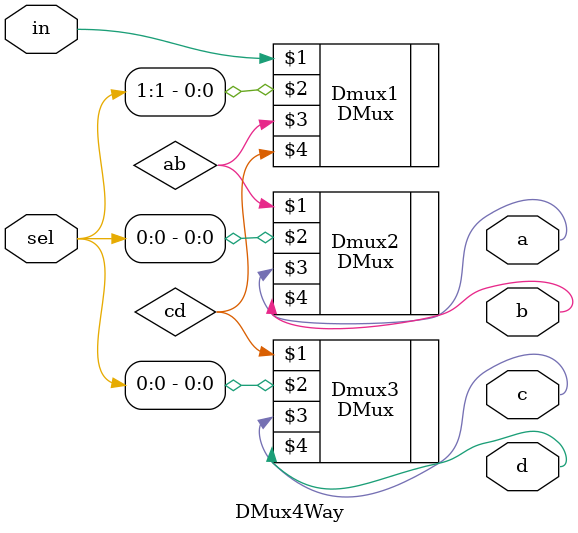
<source format=v>
`include "DMux.v"
module DMux4Way(    input in,
                    input [1:0] sel,
                    output a, b, c, d);
    DMux Dmux1(in, sel[1:1], ab, cd);
    DMux Dmux2(ab, sel[0:0], a, b);
    DMux Dmux3(cd, sel[0:0], c, d);
endmodule
</source>
